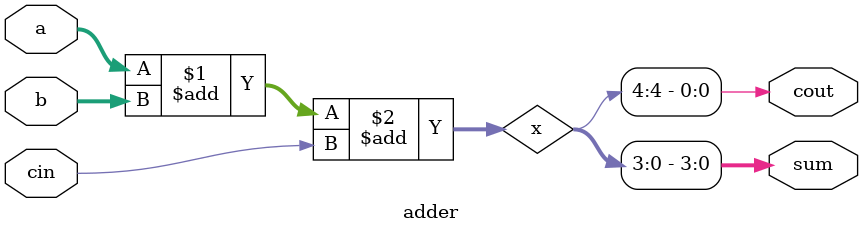
<source format=v>



module adder(input [3:0] a,
             input [3:0]  b,
             input        cin,
             output [3:0] sum,
             output       cout) ;
   wire [4:0]             x = a+b + cin;
   assign sum = x[3:0];

   assign cout = x[4];
   
endmodule

</source>
